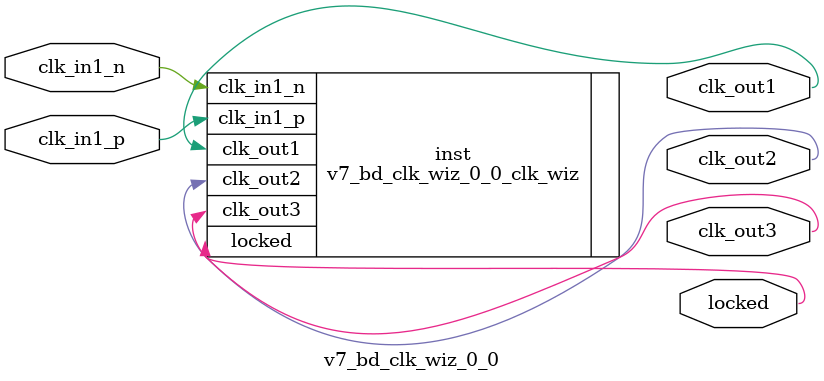
<source format=v>


`timescale 1ps/1ps

(* CORE_GENERATION_INFO = "v7_bd_clk_wiz_0_0,clk_wiz_v6_0_1_0_0,{component_name=v7_bd_clk_wiz_0_0,use_phase_alignment=false,use_min_o_jitter=false,use_max_i_jitter=false,use_dyn_phase_shift=false,use_inclk_switchover=false,use_dyn_reconfig=false,enable_axi=0,feedback_source=FDBK_AUTO,PRIMITIVE=MMCM,num_out_clk=3,clkin1_period=5.000,clkin2_period=10.0,use_power_down=false,use_reset=false,use_locked=true,use_inclk_stopped=false,feedback_type=SINGLE,CLOCK_MGR_TYPE=NA,manual_override=false}" *)

module v7_bd_clk_wiz_0_0 
 (
  // Clock out ports
  output        clk_out1,
  output        clk_out2,
  output        clk_out3,
  // Status and control signals
  output        locked,
 // Clock in ports
  input         clk_in1_p,
  input         clk_in1_n
 );

  v7_bd_clk_wiz_0_0_clk_wiz inst
  (
  // Clock out ports  
  .clk_out1(clk_out1),
  .clk_out2(clk_out2),
  .clk_out3(clk_out3),
  // Status and control signals               
  .locked(locked),
 // Clock in ports
  .clk_in1_p(clk_in1_p),
  .clk_in1_n(clk_in1_n)
  );

endmodule

</source>
